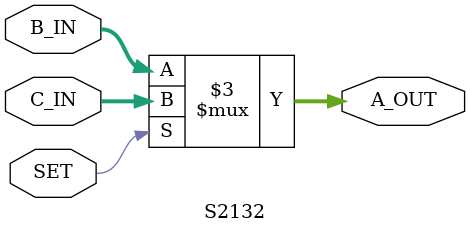
<source format=v>
module S2132
(
	input [31:0] B_IN,
	input [31:0] C_IN,//用户输入
	input SET,
	output reg [31:0] A_OUT
);
always @(*)begin
	if(SET) begin
		A_OUT<=C_IN;
	end else begin
		A_OUT<=B_IN;
	end
end

endmodule
</source>
